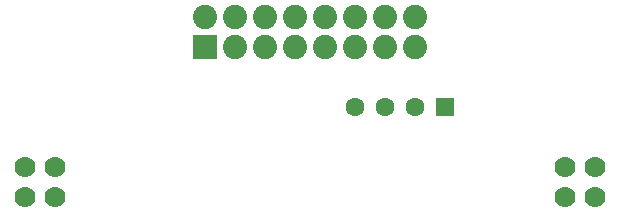
<source format=gts>
%FSLAX33Y33*%
%MOMM*%
%AMRect-W1600000-H1600000-RO0.500*
21,1,1.6,1.6,0.,0.,270*%
%AMRect-W2049999-H2049999-RO1.500*
21,1,2.049999,2.049999,0.,0.,90*%
%ADD10C,1.778*%
%ADD11C,1.6*%
%ADD12Rect-W1600000-H1600000-RO0.500*%
%ADD13C,2.049999*%
%ADD14Rect-W2049999-H2049999-RO1.500*%
D10*
%LNtop solder mask_traces*%
%LNtop solder mask component 8889ed7dfd5d4ee6*%
G01*
X48260Y5080D03*
X48260Y2540D03*
X50800Y5080D03*
X50800Y2540D03*
%LNtop solder mask component 623ee35cf69bd608*%
D11*
X35560Y10160D03*
X33020Y10160D03*
X30480Y10160D03*
D12*
X38100Y10160D03*
%LNtop solder mask component d1eda6cb61111443*%
D10*
X2540Y5080D03*
X2540Y2540D03*
X5080Y5080D03*
X5080Y2540D03*
%LNtop solder mask component dc50f5f4f936a7c6*%
D13*
X20320Y15240D03*
X22860Y15240D03*
X25400Y15240D03*
X27940Y15240D03*
X30480Y15240D03*
X33020Y15240D03*
X35560Y15240D03*
X17780Y17780D03*
X20320Y17780D03*
X22860Y17780D03*
X25400Y17780D03*
X27940Y17780D03*
X30480Y17780D03*
X33020Y17780D03*
X35560Y17780D03*
D14*
X17780Y15240D03*
M02*
</source>
